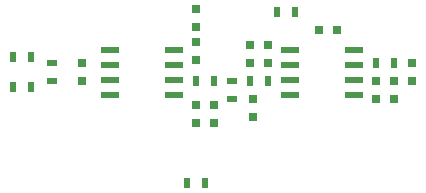
<source format=gbp>
G04 #@! TF.FileFunction,Paste,Bot*
%FSLAX46Y46*%
G04 Gerber Fmt 4.6, Leading zero omitted, Abs format (unit mm)*
G04 Created by KiCad (PCBNEW 4.0.7) date Thu May  3 16:22:41 2018*
%MOMM*%
%LPD*%
G01*
G04 APERTURE LIST*
%ADD10C,0.100000*%
%ADD11R,0.750000X0.800000*%
%ADD12R,0.800000X0.750000*%
%ADD13R,0.500000X0.900000*%
%ADD14R,0.900000X0.500000*%
%ADD15R,1.550000X0.600000*%
G04 APERTURE END LIST*
D10*
D11*
X80772000Y-63512000D03*
X80772000Y-65012000D03*
X71120000Y-66790000D03*
X71120000Y-65290000D03*
X80772000Y-62218000D03*
X80772000Y-60718000D03*
D12*
X80784000Y-68834000D03*
X82284000Y-68834000D03*
X96024000Y-68326000D03*
X97524000Y-68326000D03*
D11*
X86868000Y-63766000D03*
X86868000Y-65266000D03*
X85344000Y-63766000D03*
X85344000Y-65266000D03*
D12*
X96024000Y-66802000D03*
X97524000Y-66802000D03*
X80784000Y-70358000D03*
X82284000Y-70358000D03*
D11*
X85598000Y-68338000D03*
X85598000Y-69838000D03*
D12*
X92698000Y-62484000D03*
X91198000Y-62484000D03*
D11*
X99060000Y-65290000D03*
X99060000Y-66790000D03*
D13*
X66790000Y-67310000D03*
X65290000Y-67310000D03*
X66790000Y-64770000D03*
X65290000Y-64770000D03*
X81522000Y-75438000D03*
X80022000Y-75438000D03*
D14*
X68580000Y-65290000D03*
X68580000Y-66790000D03*
D13*
X82284000Y-66802000D03*
X80784000Y-66802000D03*
X89142000Y-60960000D03*
X87642000Y-60960000D03*
X86856000Y-66802000D03*
X85356000Y-66802000D03*
X97524000Y-65278000D03*
X96024000Y-65278000D03*
D15*
X73500000Y-67945000D03*
X73500000Y-66675000D03*
X73500000Y-65405000D03*
X73500000Y-64135000D03*
X78900000Y-64135000D03*
X78900000Y-65405000D03*
X78900000Y-66675000D03*
X78900000Y-67945000D03*
X88740000Y-67945000D03*
X88740000Y-66675000D03*
X88740000Y-65405000D03*
X88740000Y-64135000D03*
X94140000Y-64135000D03*
X94140000Y-65405000D03*
X94140000Y-66675000D03*
X94140000Y-67945000D03*
D14*
X83820000Y-68314000D03*
X83820000Y-66814000D03*
M02*

</source>
